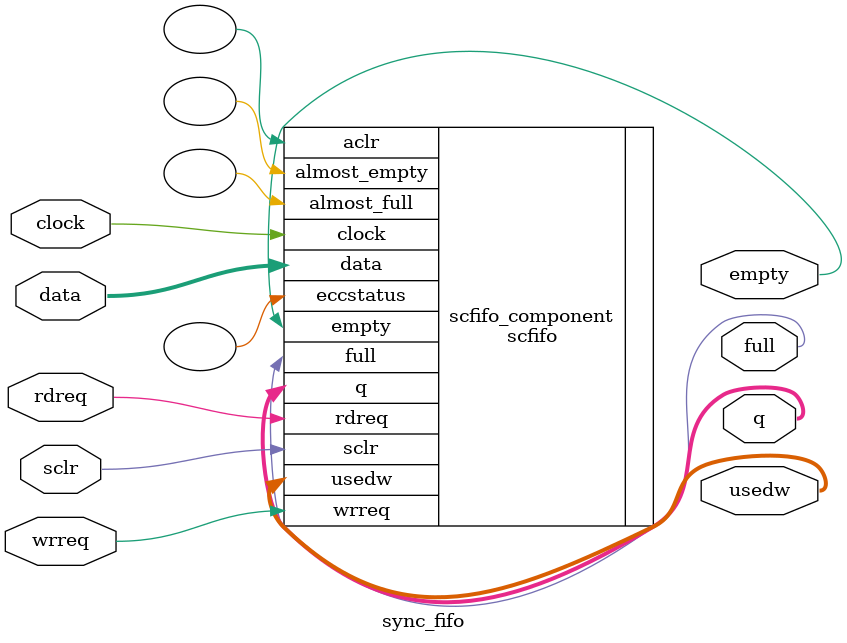
<source format=sv>
module sync_fifo
  #(
    parameter int FIFO_DATA_WIDTH = 512,
    parameter int FIFO_DEPTH_RADIX = 3
    )
   (
    input  logic [FIFO_DATA_WIDTH-1:0]  data,  //  fifo_input.datain
    input  logic                        wrreq, //            .wrreq
    input  logic                        rdreq, //            .rdreq
    input  logic                        clock, //            .clk
    input  logic                        sclr,  //            .sclr
    output logic [FIFO_DATA_WIDTH-1:0]  q,     // fifo_output.dataout
    output logic [FIFO_DEPTH_RADIX-1:0] usedw, //            .usedw
    output logic                        full,  //            .full
    output logic                        empty  //            .empty
    );
   
   // QSYS component
   scfifo  scfifo_component (
			     .clock (clock),
			     .data (data),
			     .rdreq (rdreq),
			     .sclr (sclr),
			     .wrreq (wrreq),
			     .empty (empty),
			     .full (full),
			     .q (q),
			     .usedw (usedw),
			     .aclr (),
			     .almost_empty (),
			     .almost_full (),
			     .eccstatus ()
			     );

   defparam
     scfifo_component.add_ram_output_register  = "OFF",
     scfifo_component.enable_ecc  = "FALSE",
     scfifo_component.intended_device_family  = "Arria 10",
     scfifo_component.lpm_hint  = "DISABLE_DCFIFO_EMBEDDED_TIMING_CONSTRAINT=TRUE",
     scfifo_component.lpm_numwords  = 2**FIFO_DEPTH_RADIX,
     scfifo_component.lpm_showahead  = "OFF",
     scfifo_component.lpm_type  = "scfifo",
     scfifo_component.lpm_width  = FIFO_DATA_WIDTH,
     scfifo_component.lpm_widthu  = FIFO_DEPTH_RADIX,
     scfifo_component.overflow_checking  = "ON",
     scfifo_component.underflow_checking  = "ON",
     scfifo_component.use_eab  = "ON";
   
endmodule // sync_fifo


</source>
